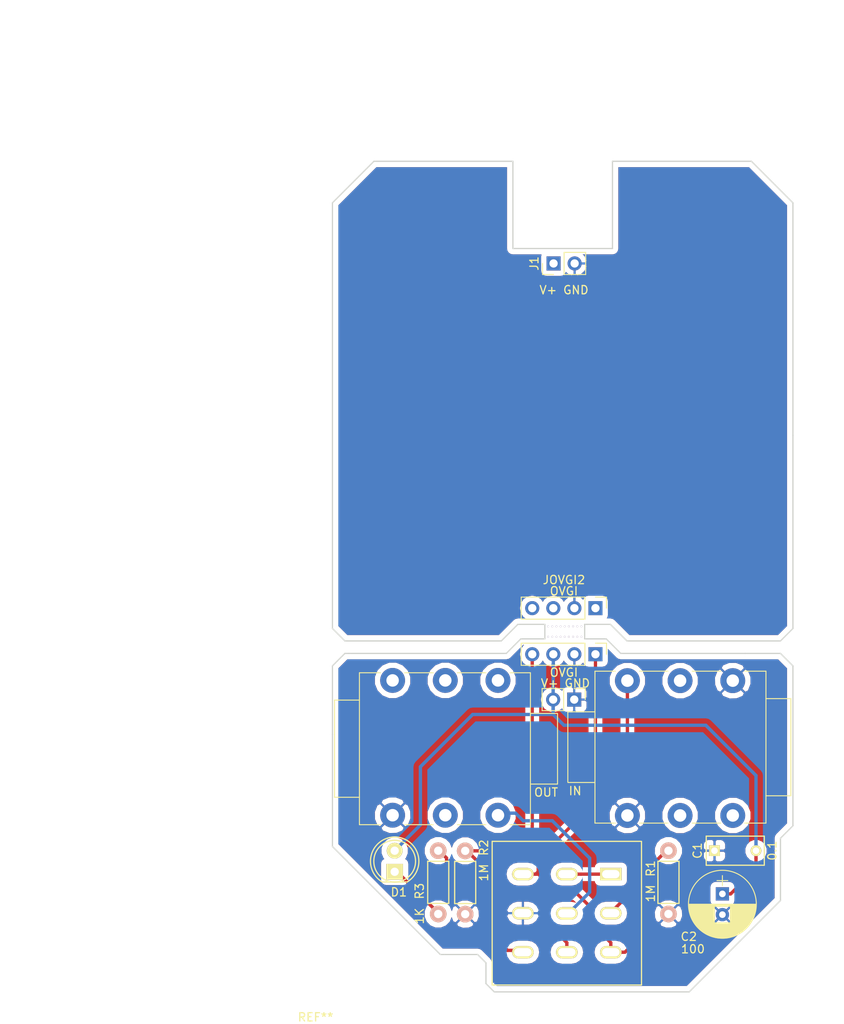
<source format=kicad_pcb>
(kicad_pcb (version 20221018) (generator pcbnew)
  (layers (0 "F.Cu" signal) (31 "B.Cu" signal) (34 "B.Paste" user) (35 "F.Paste" user) (36 "B.SilkS" user "B.Silkscreen") (37 "F.SilkS" user "F.Silkscreen") (38 "B.Mask" user) (39 "F.Mask" user) (44 "Edge.Cuts" user))
  (net 0 "")
  (net 1 "GND")
  (net 2 "+9V")
  (net 3 "Net-(D1-Pad1)")
  (net 4 "Net-(J2-Pad2)")
  (net 5 "Net-(J3-Pad2)")
  (net 6 "Net-(R3-Pad2)")
  (net 7 "Net-(SW1-Pad1)")
  (net 8 "/O")
  (net 9 "/I")
  (footprint "KiCad Lib:3PDT-Footswitch" (layer "F.Cu") (at 143.25 142.525 180)
    (fp_text reference "SW1" hide)
    (fp_text value "SW_3PDT" hide)
    (fp_line (start -9 -8.65) (end -9 8.65) (stroke (width 0.15)) (layer "F.SilkS"))
    (fp_line (start -9 -8.65) (end 9 -8.65) (stroke (width 0.15)) (layer "F.SilkS"))
    (fp_line (start 9 -8.65) (end 9 8.65) (stroke (width 0.15)) (layer "F.SilkS"))
    (fp_line (start 9 8.65) (end -8.9 8.65) (stroke (width 0.15)) (layer "F.SilkS"))
    (pad "1" thru_hole rect (at -5.3 4.7 180) (size 2.6 1.5) (drill oval 2.1 1) (layers "*.Cu" "*.Mask" "F.SilkS") (net 7 "Net-(SW1-Pad1)"))
    (pad "2" thru_hole oval (at 0 4.7 180) (size 2.6 1.5) (drill oval 2.1 1) (layers "*.Cu" "*.Mask" "F.SilkS") (net 7 "Net-(SW1-Pad1)"))
    (pad "3" thru_hole oval (at 5.3 4.7 180) (size 2.6 1.5) (drill oval 2.1 1) (layers "*.Cu" "*.Mask" "F.SilkS") (net 9 "/I"))
    (pad "4" thru_hole oval (at -5.3 0 180) (size 2.6 1.5) (drill oval 2.1 1) (layers "*.Cu" "*.Mask" "F.SilkS") (net 4 "Net-(J2-Pad2)"))
    (pad "5" thru_hole oval (at 0 -0.025 180) (size 2.6 1.5) (drill oval 2.1 1) (layers "*.Cu" "*.Mask" "F.SilkS") (net 5 "Net-(J3-Pad2)"))
    (pad "6" thru_hole oval (at 5.3 0 180) (size 2.6 1.5) (drill oval 2.1 1) (layers "*.Cu" "*.Mask" "F.SilkS") (net 1 "GND"))
    (pad "7" thru_hole oval (at -5.3 -4.7 180) (size 2.6 1.5) (drill oval 2.1 1) (layers "*.Cu" "*.Mask" "F.SilkS") (net 9 "/I"))
    (pad "8" thru_hole oval (at 0 -4.7 180) (size 2.6 1.5) (drill oval 2.1 1) (layers "*.Cu" "*.Mask" "F.SilkS") (net 8 "/O"))
    (pad "9" thru_hole oval (at 5.3 -4.7 180) (size 2.6 1.5) (drill oval 2.1 1) (layers "*.Cu" "*.Mask" "F.SilkS") (net 6 "Net-(R3-Pad2)"))
  )
  (footprint "Connectors:NMJ6HCD2" (layer "F.Cu") (at 122.25 130.73 90)
    (fp_text reference "J3" hide)
    (fp_text value "OUT" (at 2.75 18.5) (layer "F.SilkS"))
    (fp_line (start -1.14 -4) (end 17.15 -4) (stroke (width 0.12)) (layer "F.SilkS"))
    (fp_line (start -1.14 -1.45) (end -1.14 -4) (stroke (width 0.12)) (layer "F.SilkS"))
    (fp_line (start -1.14 4.89) (end -1.14 1.46) (stroke (width 0.12)) (layer "F.SilkS"))
    (fp_line (start -1.14 11.24) (end -1.14 7.81) (stroke (width 0.12)) (layer "F.SilkS"))
    (fp_line (start -1.14 16.61) (end -1.14 14.16) (stroke (width 0.12)) (layer "F.SilkS"))
    (fp_line (start -1.14 16.61) (end 17.15 16.61) (stroke (width 0.12)) (layer "F.SilkS"))
    (fp_line (start 2.16 -7) (end 2.16 -4) (stroke (width 0.12)) (layer "F.SilkS"))
    (fp_line (start 2.16 -7) (end 13.86 -7) (stroke (width 0.12)) (layer "F.SilkS"))
    (fp_line (start 3.75 16.64) (end 3.75 19.86) (stroke (width 0.12)) (layer "F.SilkS"))
    (fp_line (start 3.75 19.88) (end 12.23 19.88) (stroke (width 0.12)) (layer "F.SilkS"))
    (fp_line (start 12.26 16.64) (end 12.26 19.86) (stroke (width 0.12)) (layer "F.SilkS"))
    (fp_line (start 13.86 -7) (end 13.86 -4) (stroke (width 0.12)) (layer "F.SilkS"))
    (fp_line (start 17.15 -4) (end 17.15 -1.45) (stroke (width 0.12)) (layer "F.SilkS"))
    (fp_line (start 17.15 1.46) (end 17.15 4.89) (stroke (width 0.12)) (layer "F.SilkS"))
    (fp_line (start 17.15 7.81) (end 17.15 11.24) (stroke (width 0.12)) (layer "F.SilkS"))
    (fp_line (start 17.15 16.61) (end 17.15 14.16) (stroke (width 0.12)) (layer "F.SilkS"))
    (pad "1" thru_hole circle (at 0 0 90) (size 3 3) (drill 1.5) (layers "*.Cu" "*.Mask") (net 1 "GND"))
    (pad "2" thru_hole circle (at 0 12.7 90) (size 3 3) (drill 1.5) (layers "*.Cu" "*.Mask") (net 5 "Net-(J3-Pad2)"))
    (pad "3" thru_hole circle (at 0 6.35 90) (size 3 3) (drill 1.5) (layers "*.Cu" "*.Mask"))
    (pad "4" thru_hole circle (at 16.23 0 90) (size 3 3) (drill 1.5) (layers "*.Cu" "*.Mask"))
    (pad "5" thru_hole circle (at 16.23 12.7 90) (size 3 3) (drill 1.5) (layers "*.Cu" "*.Mask"))
    (pad "6" thru_hole circle (at 16.23 6.35 90) (size 3 3) (drill 1.5) (layers "*.Cu" "*.Mask"))
  )
  (footprint "Pin_Headers:Pin_Header_Straight_1x02_Pitch2.54mm" (layer "F.Cu") (at 141.65 64.3 90)
    (fp_text reference "J1" (at 0 -2.33 90) (layer "F.SilkS"))
    (fp_text value "V+ GND" (at -3.2 1.26 180) (layer "F.SilkS"))
    (fp_line (start -1.33 -1.33) (end 0 -1.33) (stroke (width 0.12)) (layer "F.SilkS"))
    (fp_line (start -1.33 0) (end -1.33 -1.33) (stroke (width 0.12)) (layer "F.SilkS"))
    (fp_line (start -1.33 1.27) (end -1.33 3.87) (stroke (width 0.12)) (layer "F.SilkS"))
    (fp_line (start -1.33 1.27) (end 1.33 1.27) (stroke (width 0.12)) (layer "F.SilkS"))
    (fp_line (start -1.33 3.87) (end 1.33 3.87) (stroke (width 0.12)) (layer "F.SilkS"))
    (fp_line (start 1.33 1.27) (end 1.33 3.87) (stroke (width 0.12)) (layer "F.SilkS"))
    (pad "1" thru_hole rect (at 0 0 90) (size 1.7 1.7) (drill 1) (layers "*.Cu" "*.Mask") (net 2 "+9V"))
    (pad "2" thru_hole oval (at 0 2.54 90) (size 1.7 1.7) (drill 1) (layers "*.Cu" "*.Mask") (net 1 "GND"))
  )
  (footprint "Pin_Headers:Pin_Header_Straight_1x04_Pitch2.54mm" (layer "F.Cu") (at 146.7 111.35 -90)
    (fp_text reference "JOVGI1" hide)
    (fp_text value "OVGI" (at 2.2 3.8) (layer "F.SilkS"))
    (fp_line (start -1.33 -1.33) (end 0 -1.33) (stroke (width 0.12)) (layer "F.SilkS"))
    (fp_line (start -1.33 0) (end -1.33 -1.33) (stroke (width 0.12)) (layer "F.SilkS"))
    (fp_line (start -1.33 1.27) (end -1.33 8.95) (stroke (width 0.12)) (layer "F.SilkS"))
    (fp_line (start -1.33 1.27) (end 1.33 1.27) (stroke (width 0.12)) (layer "F.SilkS"))
    (fp_line (start -1.33 8.95) (end 1.33 8.95) (stroke (width 0.12)) (layer "F.SilkS"))
    (fp_line (start 1.33 1.27) (end 1.33 8.95) (stroke (width 0.12)) (layer "F.SilkS"))
    (pad "1" thru_hole rect (at 0 0 270) (size 1.7 1.7) (drill 1) (layers "*.Cu" "*.Mask") (net 9 "/I"))
    (pad "2" thru_hole oval (at 0 2.54 270) (size 1.7 1.7) (drill 1) (layers "*.Cu" "*.Mask") (net 1 "GND"))
    (pad "3" thru_hole oval (at 0 5.08 270) (size 1.7 1.7) (drill 1) (layers "*.Cu" "*.Mask") (net 2 "+9V"))
    (pad "4" thru_hole oval (at 0 7.62 270) (size 1.7 1.7) (drill 1) (layers "*.Cu" "*.Mask") (net 8 "/O"))
  )
  (footprint "Pin_Headers:Pin_Header_Straight_1x04_Pitch2.54mm" (layer "F.Cu") (at 146.7 105.8 -90)
    (fp_text reference "JOVGI2" (at -3.4 3.8) (layer "F.SilkS"))
    (fp_text value "OVGI" (at -2.05 3.8) (layer "F.SilkS"))
    (fp_line (start -1.33 -1.33) (end 0 -1.33) (stroke (width 0.12)) (layer "F.SilkS"))
    (fp_line (start -1.33 0) (end -1.33 -1.33) (stroke (width 0.12)) (layer "F.SilkS"))
    (fp_line (start -1.33 1.27) (end -1.33 8.95) (stroke (width 0.12)) (layer "F.SilkS"))
    (fp_line (start -1.33 1.27) (end 1.33 1.27) (stroke (width 0.12)) (layer "F.SilkS"))
    (fp_line (start -1.33 8.95) (end 1.33 8.95) (stroke (width 0.12)) (layer "F.SilkS"))
    (fp_line (start 1.33 1.27) (end 1.33 8.95) (stroke (width 0.12)) (layer "F.SilkS"))
    (pad "1" thru_hole rect (at 0 0 270) (size 1.7 1.7) (drill 1) (layers "*.Cu" "*.Mask") (net 9 "/I"))
    (pad "2" thru_hole oval (at 0 2.54 270) (size 1.7 1.7) (drill 1) (layers "*.Cu" "*.Mask") (net 1 "GND"))
    (pad "3" thru_hole oval (at 0 5.08 270) (size 1.7 1.7) (drill 1) (layers "*.Cu" "*.Mask") (net 2 "+9V"))
    (pad "4" thru_hole oval (at 0 7.62 270) (size 1.7 1.7) (drill 1) (layers "*.Cu" "*.Mask") (net 8 "/O"))
  )
  (footprint "Capacitors_THT:CP_Radial_D8.0mm_P2.50mm" (layer "F.Cu") (at 162 140.2 -90)
    (fp_text reference "C2" (at 5.15 4.05) (layer "F.SilkS"))
    (fp_text value "100" (at 6.65 3.55) (layer "F.SilkS"))
    (fp_line (start -2.2 0) (end -1 0) (stroke (width 0.12)) (layer "F.SilkS"))
    (fp_line (start -1.6 -0.65) (end -1.6 0.65) (stroke (width 0.12)) (layer "F.SilkS"))
    (fp_line (start 1.25 -4.05) (end 1.25 4.05) (stroke (width 0.12)) (layer "F.SilkS"))
    (fp_line (start 1.29 -4.05) (end 1.29 4.05) (stroke (width 0.12)) (layer "F.SilkS"))
    (fp_line (start 1.33 -4.05) (end 1.33 4.05) (stroke (width 0.12)) (layer "F.SilkS"))
    (fp_line (start 1.37 -4.049) (end 1.37 4.049) (stroke (width 0.12)) (layer "F.SilkS"))
    (fp_line (start 1.41 -4.047) (end 1.41 4.047) (stroke (width 0.12)) (layer "F.SilkS"))
    (fp_line (start 1.45 -4.046) (end 1.45 4.046) (stroke (width 0.12)) (layer "F.SilkS"))
    (fp_line (start 1.49 -4.043) (end 1.49 4.043) (stroke (width 0.12)) (layer "F.SilkS"))
    (fp_line (start 1.53 -4.041) (end 1.53 -0.98) (stroke (width 0.12)) (layer "F.SilkS"))
    (fp_line (start 1.53 0.98) (end 1.53 4.041) (stroke (width 0.12)) (layer "F.SilkS"))
    (fp_line (start 1.57 -4.038) (end 1.57 -0.98) (stroke (width 0.12)) (layer "F.SilkS"))
    (fp_line (start 1.57 0.98) (end 1.57 4.038) (stroke (width 0.12)) (layer "F.SilkS"))
    (fp_line (start 1.61 -4.035) (end 1.61 -0.98) (stroke (width 0.12)) (layer "F.SilkS"))
    (fp_line (start 1.61 0.98) (end 1.61 4.035) (stroke (width 0.12)) (layer "F.SilkS"))
    (fp_line (start 1.65 -4.031) (end 1.65 -0.98) (stroke (width 0.12)) (layer "F.SilkS"))
    (fp_line (start 1.65 0.98) (end 1.65 4.031) (stroke (width 0.12)) (layer "F.SilkS"))
    (fp_line (start 1.69 -4.027) (end 1.69 -0.98) (stroke (width 0.12)) (layer "F.SilkS"))
    (fp_line (start 1.69 0.98) (end 1.69 4.027) (stroke (width 0.12)) (layer "F.SilkS"))
    (fp_line (start 1.73 -4.022) (end 1.73 -0.98) (stroke (width 0.12)) (layer "F.SilkS"))
    (fp_line (start 1.73 0.98) (end 1.73 4.022) (stroke (width 0.12)) (layer "F.SilkS"))
    (fp_line (start 1.77 -4.017) (end 1.77 -0.98) (stroke (width 0.12)) (layer "F.SilkS"))
    (fp_line (start 1.77 0.98) (end 1.77 4.017) (stroke (width 0.12)) (layer "F.SilkS"))
    (fp_line (start 1.81 -4.012) (end 1.81 -0.98) (stroke (width 0.12)) (layer "F.SilkS"))
    (fp_line (start 1.81 0.98) (end 1.81 4.012) (stroke (width 0.12)) (layer "F.SilkS"))
    (fp_line (start 1.85 -4.006) (end 1.85 -0.98) (stroke (width 0.12)) (layer "F.SilkS"))
    (fp_line (start 1.85 0.98) (end 1.85 4.006) (stroke (width 0.12)) (layer "F.SilkS"))
    (fp_line (start 1.89 -4) (end 1.89 -0.98) (stroke (width 0.12)) (layer "F.SilkS"))
    (fp_line (start 1.89 0.98) (end 1.89 4) (stroke (width 0.12)) (layer "F.SilkS"))
    (fp_line (start 1.93 -3.994) (end 1.93 -0.98) (stroke (width 0.12)) (layer "F.SilkS"))
    (fp_line (start 1.93 0.98) (end 1.93 3.994) (stroke (width 0.12)) (layer "F.SilkS"))
    (fp_line (start 1.971 -3.987) (end 1.971 -0.98) (stroke (width 0.12)) (layer "F.SilkS"))
    (fp_line (start 1.971 0.98) (end 1.971 3.987) (stroke (width 0.12)) (layer "F.SilkS"))
    (fp_line (start 2.011 -3.979) (end 2.011 -0.98) (stroke (width 0.12)) (layer "F.SilkS"))
    (fp_line (start 2.011 0.98) (end 2.011 3.979) (stroke (width 0.12)) (layer "F.SilkS"))
    (fp_line (start 2.051 -3.971) (end 2.051 -0.98) (stroke (width 0.12)) (layer "F.SilkS"))
    (fp_line (start 2.051 0.98) (end 2.051 3.971) (stroke (width 0.12)) (layer "F.SilkS"))
    (fp_line (start 2.091 -3.963) (end 2.091 -0.98) (stroke (width 0.12)) (layer "F.SilkS"))
    (fp_line (start 2.091 0.98) (end 2.091 3.963) (stroke (width 0.12)) (layer "F.SilkS"))
    (fp_line (start 2.131 -3.955) (end 2.131 -0.98) (stroke (width 0.12)) (layer "F.SilkS"))
    (fp_line (start 2.131 0.98) (end 2.131 3.955) (stroke (width 0.12)) (layer "F.SilkS"))
    (fp_line (start 2.171 -3.946) (end 2.171 -0.98) (stroke (width 0.12)) (layer "F.SilkS"))
    (fp_line (start 2.171 0.98) (end 2.171 3.946) (stroke (width 0.12)) (layer "F.SilkS"))
    (fp_line (start 2.211 -3.936) (end 2.211 -0.98) (stroke (width 0.12)) (layer "F.SilkS"))
    (fp_line (start 2.211 0.98) (end 2.211 3.936) (stroke (width 0.12)) (layer "F.SilkS"))
    (fp_line (start 2.251 -3.926) (end 2.251 -0.98) (stroke (width 0.12)) (layer "F.SilkS"))
    (fp_line (start 2.251 0.98) (end 2.251 3.926) (stroke (width 0.12)) (layer "F.SilkS"))
    (fp_line (start 2.291 -3.916) (end 2.291 -0.98) (stroke (width 0.12)) (layer "F.SilkS"))
    (fp_line (start 2.291 0.98) (end 2.291 3.916) (stroke (width 0.12)) (layer "F.SilkS"))
    (fp_line (start 2.331 -3.905) (end 2.331 -0.98) (stroke (width 0.12)) (layer "F.SilkS"))
    (fp_line (start 2.331 0.98) (end 2.331 3.905) (stroke (width 0.12)) (layer "F.SilkS"))
    (fp_line (start 2.371 -3.894) (end 2.371 -0.98) (stroke (width 0.12)) (layer "F.SilkS"))
    (fp_line (start 2.371 0.98) (end 2.371 3.894) (stroke (width 0.12)) (layer "F.SilkS"))
    (fp_line (start 2.411 -3.883) (end 2.411 -0.98) (stroke (width 0.12)) (layer "F.SilkS"))
    (fp_line (start 2.411 0.98) (end 2.411 3.883) (stroke (width 0.12)) (layer "F.SilkS"))
    (fp_line (start 2.451 -3.87) (end 2.451 -0.98) (stroke (width 0.12)) (layer "F.SilkS"))
    (fp_line (start 2.451 0.98) (end 2.451 3.87) (stroke (width 0.12)) (layer "F.SilkS"))
    (fp_line (start 2.491 -3.858) (end 2.491 -0.98) (stroke (width 0.12)) (layer "F.SilkS"))
    (fp_line (start 2.491 0.98) (end 2.491 3.858) (stroke (width 0.12)) (layer "F.SilkS"))
    (fp_line (start 2.531 -3.845) (end 2.531 -0.98) (stroke (width 0.12)) (layer "F.SilkS"))
    (fp_line (start 2.531 0.98) (end 2.531 3.845) (stroke (width 0.12)) (layer "F.SilkS"))
    (fp_line (start 2.571 -3.832) (end 2.571 -0.98) (stroke (width 0.12)) (layer "F.SilkS"))
    (fp_line (start 2.571 0.98) (end 2.571 3.832) (stroke (width 0.12)) (layer "F.SilkS"))
    (fp_line (start 2.611 -3.818) (end 2.611 -0.98) (stroke (width 0.12)) (layer "F.SilkS"))
    (fp_line (start 2.611 0.98) (end 2.611 3.818) (stroke (width 0.12)) (layer "F.SilkS"))
    (fp_line (start 2.651 -3.803) (end 2.651 -0.98) (stroke (width 0.12)) (layer "F.SilkS"))
    (fp_line (start 2.651 0.98) (end 2.651 3.803) (stroke (width 0.12)) (layer "F.SilkS"))
    (fp_line (start 2.691 -3.789) (end 2.691 -0.98) (stroke (width 0.12)) (layer "F.SilkS"))
    (fp_line (start 2.691 0.98) (end 2.691 3.789) (stroke (width 0.12)) (layer "F.SilkS"))
    (fp_line (start 2.731 -3.773) (end 2.731 -0.98) (stroke (width 0.12)) (layer "F.SilkS"))
    (fp_line (start 2.731 0.98) (end 2.731 3.773) (stroke (width 0.12)) (layer "F.SilkS"))
    (fp_line (start 2.771 -3.758) (end 2.771 -0.98) (stroke (width 0.12)) (layer "F.SilkS"))
    (fp_line (start 2.771 0.98) (end 2.771 3.758) (stroke (width 0.12)) (layer "F.SilkS"))
    (fp_line (start 2.811 -3.741) (end 2.811 -0.98) (stroke (width 0.12)) (layer "F.SilkS"))
    (fp_line (start 2.811 0.98) (end 2.811 3.741) (stroke (width 0.12)) (layer "F.SilkS"))
    (fp_line (start 2.851 -3.725) (end 2.851 -0.98) (stroke (width 0.12)) (layer "F.SilkS"))
    (fp_line (start 2.851 0.98) (end 2.851 3.725) (stroke (width 0.12)) (layer "F.SilkS"))
    (fp_line (start 2.891 -3.707) (end 2.891 -0.98) (stroke (width 0.12)) (layer "F.SilkS"))
    (fp_line (start 2.891 0.98) (end 2.891 3.707) (stroke (width 0.12)) (layer "F.SilkS"))
    (fp_line (start 2.931 -3.69) (end 2.931 -0.98) (stroke (width 0.12)) (layer "F.SilkS"))
    (fp_line (start 2.931 0.98) (end 2.931 3.69) (stroke (width 0.12)) (layer "F.SilkS"))
    (fp_line (start 2.971 -3.671) (end 2.971 -0.98) (stroke (width 0.12)) (layer "F.SilkS"))
    (fp_line (start 2.971 0.98) (end 2.971 3.671) (stroke (width 0.12)) (layer "F.SilkS"))
    (fp_line (start 3.011 -3.652) (end 3.011 -0.98) (stroke (width 0.12)) (layer "F.SilkS"))
    (fp_line (start 3.011 0.98) (end 3.011 3.652) (stroke (width 0.12)) (layer "F.SilkS"))
    (fp_line (start 3.051 -3.633) (end 3.051 -0.98) (stroke (width 0.12)) (layer "F.SilkS"))
    (fp_line (start 3.051 0.98) (end 3.051 3.633) (stroke (width 0.12)) (layer "F.SilkS"))
    (fp_line (start 3.091 -3.613) (end 3.091 -0.98) (stroke (width 0.12)) (layer "F.SilkS"))
    (fp_line (start 3.091 0.98) (end 3.091 3.613) (stroke (width 0.12)) (layer "F.SilkS"))
    (fp_line (start 3.131 -3.593) (end 3.131 -0.98) (stroke (width 0.12)) (layer "F.SilkS"))
    (fp_line (start 3.131 0.98) (end 3.131 3.593) (stroke (width 0.12)) (layer "F.SilkS"))
    (fp_line (start 3.171 -3.572) (end 3.171 -0.98) (stroke (width 0.12)) (layer "F.SilkS"))
    (fp_line (start 3.171 0.98) (end 3.171 3.572) (stroke (width 0.12)) (layer "F.SilkS"))
    (fp_line (start 3.211 -3.55) (end 3.211 -0.98) (stroke (width 0.12)) (layer "F.SilkS"))
    (fp_line (start 3.211 0.98) (end 3.211 3.55) (stroke (width 0.12)) (layer "F.SilkS"))
    (fp_line (start 3.251 -3.528) (end 3.251 -0.98) (stroke (width 0.12)) (layer "F.SilkS"))
    (fp_line (start 3.251 0.98) (end 3.251 3.528) (stroke (width 0.12)) (layer "F.SilkS"))
    (fp_line (start 3.291 -3.505) (end 3.291 -0.98) (stroke (width 0.12)) (layer "F.SilkS"))
    (fp_line (start 3.291 0.98) (end 3.291 3.505) (stroke (width 0.12)) (layer "F.SilkS"))
    (fp_line (start 3.331 -3.482) (end 3.331 -0.98) (stroke (width 0.12)) (layer "F.SilkS"))
    (fp_line (start 3.331 0.98) (end 3.331 3.482) (stroke (width 0.12)) (layer "F.SilkS"))
    (fp_line (start 3.371 -3.458) (end 3.371 -0.98) (stroke (width 0.12)) (layer "F.SilkS"))
    (fp_line (start 3.371 0.98) (end 3.371 3.458) (stroke (width 0.12)) (layer "F.SilkS"))
    (fp_line (start 3.411 -3.434) (end 3.411 -0.98) (stroke (width 0.12)) (layer "F.SilkS"))
    (fp_line (start 3.411 0.98) (end 3.411 3.434) (stroke (width 0.12)) (layer "F.SilkS"))
    (fp_line (start 3.451 -3.408) (end 3.451 -0.98) (stroke (width 0.12)) (layer "F.SilkS"))
    (fp_line (start 3.451 0.98) (end 3.451 3.408) (stroke (width 0.12)) (layer "F.SilkS"))
    (fp_line (start 3.491 -3.383) (end 3.491 3.383) (stroke (width 0.12)) (layer "F.SilkS"))
    (fp_line (start 3.531 -3.356) (end 3.531 3.356) (stroke (width 0.12)) (layer "F.SilkS"))
    (fp_line (start 3.571 -3.329) (end 3.571 3.329) (stroke (width 0.12)) (layer "F.SilkS"))
    (fp_line (start 3.611 -3.301) (end 3.611 3.301) (stroke (width 0.12)) (layer "F.SilkS"))
    (fp_line (start 3.651 -3.272) (end 3.651 3.272) (stroke (width 0.12)) (layer "F.SilkS"))
    (fp_line (start 3.691 -3.243) (end 3.691 3.243) (stroke (width 0.12)) (layer "F.SilkS"))
    (fp_line (start 3.731 -3.213) (end 3.731 3.213) (stroke (width 0.12)) (layer "F.SilkS"))
    (fp_line (start 3.771 -3.182) (end 3.771 3.182) (stroke (width 0.12)) (layer "F.SilkS"))
    (fp_line (start 3.811 -3.15) (end 3.811 3.15) (stroke (width 0.12)) (layer "F.SilkS"))
    (fp_line (start 3.851 -3.118) (end 3.851 3.118) (stroke (width 0.12)) (layer "F.SilkS"))
    (fp_line (start 3.891 -3.084) (end 3.891 3.084) (stroke (width 0.12)) (layer "F.SilkS"))
    (fp_line (start 3.931 -3.05) (end 3.931 3.05) (stroke (width 0.12)) (layer "F.SilkS"))
    (fp_line (start 3.971 -3.015) (end 3.971 3.015) (stroke (width 0.12)) (layer "F.SilkS"))
    (fp_line (start 4.011 -2.979) (end 4.011 2.979) (stroke (width 0.12)) (layer "F.SilkS"))
    (fp_line (start 4.051 -2.942) (end 4.051 2.942) (stroke (width 0.12)) (layer "F.SilkS"))
    (fp_line (start 4.091 -2.904) (end 4.091 2.904) (stroke (width 0.12)) (layer "F.SilkS"))
    (fp_line (start 4.131 -2.865) (end 4.131 2.865) (stroke (width 0.12)) (layer "F.SilkS"))
    (fp_line (start 4.171 -2.824) (end 4.171 2.824) (stroke (width 0.12)) (layer "F.SilkS"))
    (fp_line (start 4.211 -2.783) (end 4.211 2.783) (stroke (width 0.12)) (layer "F.SilkS"))
    (fp_line (start 4.251 -2.74) (end 4.251 2.74) (stroke (width 0.12)) (layer "F.SilkS"))
    (fp_line (start 4.291 -2.697) (end 4.291 2.697) (stroke (width 0.12)) (layer "F.SilkS"))
    (fp_line (start 4.331 -2.652) (end 4.331 2.652) (stroke (width 0.12)) (layer "F.SilkS"))
    (fp_line (start 4.371 -2.605) (end 4.371 2.605) (stroke (width 0.12)) (layer "F.SilkS"))
    (fp_line (start 4.411 -2.557) (end 4.411 2.557) (stroke (width 0.12)) (layer "F.SilkS"))
    (fp_line (start 4.451 -2.508) (end 4.451 2.508) (stroke (width 0.12)) (layer "F.SilkS"))
    (fp_line (start 4.491 -2.457) (end 4.491 2.457) (stroke (width 0.12)) (layer "F.SilkS"))
    (fp_line (start 4.531 -2.404) (end 4.531 2.404) (stroke (width 0.12)) (layer "F.SilkS"))
    (fp_line (start 4.571 -2.349) (end 4.571 2.349) (stroke (width 0.12)) (layer "F.SilkS"))
    (fp_line (start 4.611 -2.293) (end 4.611 2.293) (stroke (width 0.12)) (layer "F.SilkS"))
    (fp_line (start 4.651 -2.234) (end 4.651 2.234) (stroke (width 0.12)) (layer "F.SilkS"))
    (fp_line (start 4.691 -2.173) (end 4.691 2.173) (stroke (width 0.12)) (layer "F.SilkS"))
    (fp_line (start 4.731 -2.109) (end 4.731 2.109) (stroke (width 0.12)) (layer "F.SilkS"))
    (fp_line (start 4.771 -2.043) (end 4.771 2.043) (stroke (width 0.12)) (layer "F.SilkS"))
    (fp_line (start 4.811 -1.974) (end 4.811 1.974) (stroke (width 0.12)) (layer "F.SilkS"))
    (fp_line (start 4.851 -1.902) (end 4.851 1.902) (stroke (width 0.12)) (layer "F.SilkS"))
    (fp_line (start 4.891 -1.826) (end 4.891 1.826) (stroke (width 0.12)) (layer "F.SilkS"))
    (fp_line (start 4.931 -1.745) (end 4.931 1.745) (stroke (width 0.12)) (layer "F.SilkS"))
    (fp_line (start 4.971 -1.66) (end 4.971 1.66) (stroke (width 0.12)) (layer "F.SilkS"))
    (fp_line (start 5.011 -1.57) (end 5.011 1.57) (stroke (width 0.12)) (layer "F.SilkS"))
    (fp_line (start 5.051 -1.473) (end 5.051 1.473) (stroke (width 0.12)) (layer "F.SilkS"))
    (fp_line (start 5.091 -1.369) (end 5.091 1.369) (stroke (width 0.12)) (layer "F.SilkS"))
    (fp_line (start 5.131 -1.254) (end 5.131 1.254) (stroke (width 0.12)) (layer "F.SilkS"))
    (fp_line (start 5.171 -1.127) (end 5.171 1.127) (stroke (width 0.12)) (layer "F.SilkS"))
    (fp_line (start 5.211 -0.983) (end 5.211 0.983) (stroke (width 0.12)) (layer "F.SilkS"))
    (fp_line (start 5.251 -0.814) (end 5.251 0.814) (stroke (width 0.12)) (layer "F.SilkS"))
    (fp_line (start 5.291 -0.598) (end 5.291 0.598) (stroke (width 0.12)) (layer "F.SilkS"))
    (fp_line (start 5.331 -0.246) (end 5.331 0.246) (stroke (width 0.12)) (layer "F.SilkS"))
    (fp_circle (center 1.25 0) (end 5.34 0) (stroke (width 0.12)) (fill none) (layer "F.SilkS"))
    (pad "1" thru_hole rect (at 0 0 270) (size 1.6 1.6) (drill 0.8) (layers "*.Cu" "*.Mask") (net 2 "+9V"))
    (pad "2" thru_hole circle (at 2.5 0 270) (size 1.6 1.6) (drill 0.8) (layers "*.Cu" "*.Mask") (net 1 "GND"))
  )
  (footprint "LEDs:LED-5MM" (layer "F.Cu") (at 122.5 137.54 90)
    (fp_text reference "D1" (at -2.46 0.5) (layer "F.SilkS"))
    (fp_text value "LED" hide)
    (fp_line (start -1.23 1.5) (end -1.23 -1.5) (stroke (width 0.15)) (layer "F.SilkS"))
    (fp_arc (start -1.23 -1.5) (mid 4.18544 -0.014565) (end -1.214888 1.524904) (stroke (width 0.15)) (layer "F.SilkS"))
    (fp_circle (center 1.27 0) (end 0.97 -2.5) (stroke (width 0.15)) (fill none) (layer "F.SilkS"))
    (pad "1" thru_hole rect (at 0 0 180) (size 2 1.9) (drill 1.00076) (layers "*.Cu" "*.Mask" "F.SilkS") (net 3 "Net-(D1-Pad1)"))
    (pad "2" thru_hole circle (at 2.54 0 90) (size 1.9 1.9) (drill 1.00076) (layers "*.Cu" "*.Mask" "F.SilkS") (net 2 "+9V"))
  )
  (footprint "Resistors_ThroughHole:Resistor_Horizontal_RM7mm" (layer "F.Cu") (at 155.5 135 -90)
    (fp_text reference "R1" (at 2.15 2.15 270) (layer "F.SilkS"))
    (fp_text value "1M" (at 5.15 2.15 90) (layer "F.SilkS"))
    (fp_line (start 1.27 -1.27) (end 6.35 -1.27) (stroke (width 0.15)) (layer "F.SilkS"))
    (fp_line (start 1.27 1.27) (end 1.27 -1.27) (stroke (width 0.15)) (layer "F.SilkS"))
    (fp_line (start 6.35 -1.27) (end 6.35 1.27) (stroke (width 0.15)) (layer "F.SilkS"))
    (fp_line (start 6.35 1.27) (end 1.27 1.27) (stroke (width 0.15)) (layer "F.SilkS"))
    (pad "1" thru_hole circle (at 0 0 270) (size 1.99898 1.99898) (drill 1.00076) (layers "*.Cu" "*.SilkS" "*.Mask") (net 9 "/I"))
    (pad "2" thru_hole circle (at 7.62 0 270) (size 1.99898 1.99898) (drill 1.00076) (layers "*.Cu" "*.SilkS" "*.Mask") (net 1 "GND"))
  )
  (footprint "Resistors_ThroughHole:Resistor_Horizontal_RM7mm" (layer "F.Cu") (at 131 135.02 -90)
    (fp_text reference "R2" (at -0.38 -2.25 270) (layer "F.SilkS"))
    (fp_text value "1M" (at 2.62 -2.25 270) (layer "F.SilkS"))
    (fp_line (start 1.27 -1.27) (end 6.35 -1.27) (stroke (width 0.15)) (layer "F.SilkS"))
    (fp_line (start 1.27 1.27) (end 1.27 -1.27) (stroke (width 0.15)) (layer "F.SilkS"))
    (fp_line (start 6.35 -1.27) (end 6.35 1.27) (stroke (width 0.15)) (layer "F.SilkS"))
    (fp_line (start 6.35 1.27) (end 1.27 1.27) (stroke (width 0.15)) (layer "F.SilkS"))
    (pad "1" thru_hole circle (at 0 0 270) (size 1.99898 1.99898) (drill 1.00076) (layers "*.Cu" "*.SilkS" "*.Mask") (net 8 "/O"))
    (pad "2" thru_hole circle (at 7.62 0 270) (size 1.99898 1.99898) (drill 1.00076) (layers "*.Cu" "*.SilkS" "*.Mask") (net 1 "GND"))
  )
  (footprint "Resistors_ThroughHole:Resistor_Horizontal_RM7mm" (layer "F.Cu") (at 127.75 142.62 90)
    (fp_text reference "R3" (at 2.75 -2.25 90) (layer "F.SilkS"))
    (fp_text value "1K" (at -0.25 -2.25 90) (layer "F.SilkS"))
    (fp_line (start 1.27 -1.27) (end 6.35 -1.27) (stroke (width 0.15)) (layer "F.SilkS"))
    (fp_line (start 1.27 1.27) (end 1.27 -1.27) (stroke (width 0.15)) (layer "F.SilkS"))
    (fp_line (start 6.35 -1.27) (end 6.35 1.27) (stroke (width 0.15)) (layer "F.SilkS"))
    (fp_line (start 6.35 1.27) (end 1.27 1.27) (stroke (width 0.15)) (layer "F.SilkS"))
    (pad "1" thru_hole circle (at 0 0 90) (size 1.99898 1.99898) (drill 1.00076) (layers "*.Cu" "*.SilkS" "*.Mask") (net 3 "Net-(D1-Pad1)"))
    (pad "2" thru_hole circle (at 7.62 0 90) (size 1.99898 1.99898) (drill 1.00076) (layers "*.Cu" "*.SilkS" "*.Mask") (net 6 "Net-(R3-Pad2)"))
  )
  (footprint "Capacitors_ThroughHole:C_Rect_L7_W3.5_P5" (layer "F.Cu") (at 161.05 135)
    (fp_text reference "C1" (at -2.05 0 90) (layer "F.SilkS"))
    (fp_text value "0.1" (at 6.95 0 90) (layer "F.SilkS"))
    (fp_line (start -1 -1.75) (end 6 -1.75) (stroke (width 0.15)) (layer "F.SilkS"))
    (fp_line (start -1 1.75) (end -1 -1.75) (stroke (width 0.15)) (layer "F.SilkS"))
    (fp_line (start 6 -1.75) (end 6 1.75) (stroke (width 0.15)) (layer "F.SilkS"))
    (fp_line (start 6 1.75) (end -1 1.75) (stroke (width 0.15)) (layer "F.SilkS"))
    (pad "1" thru_hole rect (at 0 0) (size 1.3 1.3) (drill 0.8) (layers "*.Cu" "*.Mask" "F.SilkS") (net 1 "GND"))
    (pad "2" thru_hole circle (at 5 0) (size 1.3 1.3) (drill 0.8) (layers "*.Cu" "*.Mask" "F.SilkS") (net 2 "+9V"))
  )
  (footprint "KiCad Lib:mousebites" (layer "F.Cu") (at 143 110)
    (fp_text reference "REF**" hide)
    (fp_text value "mousebites" hide)
    (pad "" thru_hole circle (at -2 -2) (size 0.2 0.2) (drill 0.2) (layers "*.Cu" "*.Mask"))
    (pad "" thru_hole circle (at -1.5 -2) (size 0.2 0.2) (drill 0.2) (layers "*.Cu" "*.Mask"))
    (pad "" thru_hole circle (at -1 -2) (size 0.2 0.2) (drill 0.2) (layers "*.Cu" "*.Mask"))
    (pad "" thru_hole circle (at -0.5 -2) (size 0.2 0.2) (drill 0.2) (layers "*.Cu" "*.Mask"))
    (pad "" thru_hole circle (at 0 -2) (size 0.2 0.2) (drill 0.2) (layers "*.Cu" "*.Mask"))
    (pad "" thru_hole circle (at 0.5 -2) (size 0.2 0.2) (drill 0.2) (layers "*.Cu" "*.Mask"))
    (pad "" thru_hole circle (at 1 -2) (size 0.2 0.2) (drill 0.2) (layers "*.Cu" "*.Mask"))
    (pad "" thru_hole circle (at 1.5 -2) (size 0.2 0.2) (drill 0.2) (layers "*.Cu" "*.Mask"))
    (pad "" thru_hole circle (at 2 -2) (size 0.2 0.2) (drill 0.2) (layers "*.Cu" "*.Mask"))
  )
  (footprint "KiCad Lib:mousebites" (layer "F.Cu") (at 143 111.25)
    (fp_text reference "REF**" hide)
    (fp_text value "mousebites" hide)
    (pad "" thru_hole circle (at -2 -2) (size 0.2 0.2) (drill 0.2) (layers "*.Cu" "*.Mask"))
    (pad "" thru_hole circle (at -1.5 -2) (size 0.2 0.2) (drill 0.2) (layers "*.Cu" "*.Mask"))
    (pad "" thru_hole circle (at -1 -2) (size 0.2 0.2) (drill 0.2) (layers "*.Cu" "*.Mask"))
    (pad "" thru_hole circle (at -0.5 -2) (size 0.2 0.2) (drill 0.2) (layers "*.Cu" "*.Mask"))
    (pad "" thru_hole circle (at 0 -2) (size 0.2 0.2) (drill 0.2) (layers "*.Cu" "*.Mask"))
    (pad "" thru_hole circle (at 0.5 -2) (size 0.2 0.2) (drill 0.2) (layers "*.Cu" "*.Mask"))
    (pad "" thru_hole circle (at 1 -2) (size 0.2 0.2) (drill 0.2) (layers "*.Cu" "*.Mask"))
    (pad "" thru_hole circle (at 1.5 -2) (size 0.2 0.2) (drill 0.2) (layers "*.Cu" "*.Mask"))
    (pad "" thru_hole circle (at 2 -2) (size 0.2 0.2) (drill 0.2) (layers "*.Cu" "*.Mask"))
  )
  (footprint "Pin_Headers:Pin_Header_Straight_1x02_Pitch2.54mm" (layer "F.Cu") (at 144.14 116.81 -90)
    (fp_text reference "J4" hide)
    (fp_text value "V+ GND" (at -1.96 1.06) (layer "F.SilkS"))
    (fp_line (start -1.33 -1.33) (end 0 -1.33) (stroke (width 0.12)) (layer "F.SilkS"))
    (fp_line (start -1.33 0) (end -1.33 -1.33) (stroke (width 0.12)) (layer "F.SilkS"))
    (fp_line (start -1.33 1.27) (end -1.33 3.87) (stroke (width 0.12)) (layer "F.SilkS"))
    (fp_line (start -1.33 1.27) (end 1.33 1.27) (stroke (width 0.12)) (layer "F.SilkS"))
    (fp_line (start -1.33 3.87) (end 1.33 3.87) (stroke (width 0.12)) (layer "F.SilkS"))
    (fp_line (start 1.33 1.27) (end 1.33 3.87) (stroke (width 0.12)) (layer "F.SilkS"))
    (pad "1" thru_hole rect (at 0 0 270) (size 1.7 1.7) (drill 1) (layers "*.Cu" "*.Mask") (net 1 "GND"))
    (pad "2" thru_hole oval (at 0 2.54 270) (size 1.7 1.7) (drill 1) (layers "*.Cu" "*.Mask") (net 2 "+9V"))
  )
  (footprint "Connectors:NMJ6HCD2" (layer "F.Cu") (at 163.25 114.53 -90)
    (fp_text reference "J2" hide)
    (fp_text value "IN" (at 13.28 19) (layer "F.SilkS"))
    (fp_line (start -1.14 -4) (end 17.15 -4) (stroke (width 0.12)) (layer "F.SilkS"))
    (fp_line (start -1.14 -1.45) (end -1.14 -4) (stroke (width 0.12)) (layer "F.SilkS"))
    (fp_line (start -1.14 4.89) (end -1.14 1.46) (stroke (width 0.12)) (layer "F.SilkS"))
    (fp_line (start -1.14 11.24) (end -1.14 7.81) (stroke (width 0.12)) (layer "F.SilkS"))
    (fp_line (start -1.14 16.61) (end -1.14 14.16) (stroke (width 0.12)) (layer "F.SilkS"))
    (fp_line (start -1.14 16.61) (end 17.15 16.61) (stroke (width 0.12)) (layer "F.SilkS"))
    (fp_line (start 2.16 -7) (end 2.16 -4) (stroke (width 0.12)) (layer "F.SilkS"))
    (fp_line (start 2.16 -7) (end 13.86 -7) (stroke (width 0.12)) (layer "F.SilkS"))
    (fp_line (start 3.75 16.64) (end 3.75 19.86) (stroke (width 0.12)) (layer "F.SilkS"))
    (fp_line (start 3.75 19.88) (end 12.23 19.88) (stroke (width 0.12)) (layer "F.SilkS"))
    (fp_line (start 12.26 16.64) (end 12.26 19.86) (stroke (width 0.12)) (layer "F.SilkS"))
    (fp_line (start 13.86 -7) (end 13.86 -4) (stroke (width 0.12)) (layer "F.SilkS"))
    (fp_line (start 17.15 -4) (end 17.15 -1.45) (stroke (width 0.12)) (layer "F.SilkS"))
    (fp_line (start 17.15 1.46) (end 17.15 4.89) (stroke (width 0.12)) (layer "F.SilkS"))
    (fp_line (start 17.15 7.81) (end 17.15 11.24) (stroke (width 0.12)) (layer "F.SilkS"))
    (fp_line (start 17.15 16.61) (end 17.15 14.16) (stroke (width 0.12)) (layer "F.SilkS"))
    (pad "1" thru_hole circle (at 0 0 270) (size 3 3) (drill 1.5) (layers "*.Cu" "*.Mask") (net 1 "GND"))
    (pad "2" thru_hole circle (at 0 12.7 270) (size 3 3) (drill 1.5) (layers "*.Cu" "*.Mask") (net 4 "Net-(J2-Pad2)"))
    (pad "3" thru_hole circle (at 0 6.35 270) (size 3 3) (drill 1.5) (layers "*.Cu" "*.Mask"))
    (pad "4" thru_hole circle (at 16.23 0 270) (size 3 3) (drill 1.5) (layers "*.Cu" "*.Mask"))
    (pad "5" thru_hole circle (at 16.23 12.7 270) (size 3 3) (drill 1.5) (layers "*.Cu" "*.Mask") (net 1 "GND"))
    (pad "6" thru_hole circle (at 16.23 6.35 270) (size 3 3) (drill 1.5) (layers "*.Cu" "*.Mask"))
  )
  (footprint "KiCad Lib:1590B" (layer "F.Cu") (at 112.97 154.55)
    (fp_text reference "REF**" (at 0 0.5) (layer "F.SilkS"))
    (fp_text value "1590B")
  )
  (gr_line (start 145.4 107.75) (end 148.5 107.75) (stroke (width 0.15)) (layer "Edge.Cuts"))
  (gr_line (start 137.7 109.5) (end 140.6 109.5) (stroke (width 0.15)) (layer "Edge.Cuts"))
  (gr_line (start 128 147.5) (end 127 146.5) (stroke (width 0.15)) (layer "Edge.Cuts"))
  (gr_line (start 115 134.5) (end 115 121) (stroke (width 0.15)) (layer "Edge.Cuts"))
  (gr_line (start 135.35 109.75) (end 116.5 109.75) (stroke (width 0.15)) (layer "Edge.Cuts"))
  (gr_line (start 145.4 109.5) (end 148 109.5) (stroke (width 0.15)) (layer "Edge.Cuts"))
  (gr_line (start 148.75 62.5) (end 148.75 52) (stroke (width 0.15)) (layer "Edge.Cuts"))
  (gr_line (start 127 146.5) (end 115 134.5) (stroke (width 0.15)) (layer "Edge.Cuts"))
  (gr_line (start 115 57) (end 115 108.25) (stroke (width 0.15)) (layer "Edge.Cuts"))
  (gr_line (start 169 141) (end 158 152) (stroke (width 0.15)) (layer "Edge.Cuts"))
  (gr_line (start 133.5 151) (end 133.5 148.5) (stroke (width 0.15)) (layer "Edge.Cuts"))
  (gr_line (start 149.75 111.25) (end 164.75 111.25) (stroke (width 0.15)) (layer "Edge.Cuts"))
  (gr_line (start 148.5 107.75) (end 150.5 109.75) (stroke (width 0.15)) (layer "Edge.Cuts"))
  (gr_line (start 165.5 52) (end 170.5 57) (stroke (width 0.15)) (layer "Edge.Cuts"))
  (gr_line (start 169 109.75) (end 170.5 108.25) (stroke (width 0.15)) (layer "Edge.Cuts"))
  (gr_line (start 169 133.5) (end 170.5 132) (stroke (width 0.15)) (layer "Edge.Cuts"))
  (gr_line (start 116.5 109.75) (end 115 108.25) (stroke (width 0.15)) (layer "Edge.Cuts"))
  (gr_line (start 140.6 107.75) (end 140.6 109.5) (stroke (width 0.15)) (layer "Edge.Cuts"))
  (gr_line (start 137.35 107.75) (end 135.35 109.75) (stroke (width 0.15)) (layer "Edge.Cuts"))
  (gr_line (start 115 57) (end 120 52) (stroke (width 0.15)) (layer "Edge.Cuts"))
  (gr_line (start 170.5 85) (end 170.5 57) (stroke (width 0.15)) (layer "Edge.Cuts"))
  (gr_line (start 136.75 62.5) (end 148.75 62.5) (stroke (width 0.15)) (layer "Edge.Cuts"))
  (gr_line (start 136.75 52) (end 120 52) (stroke (width 0.15)) (layer "Edge.Cuts"))
  (gr_line (start 170.5 112.75) (end 169 111.25) (stroke (width 0.15)) (layer "Edge.Cuts"))
  (gr_line (start 135.95 111.25) (end 117 111.25) (stroke (width 0.15)) (layer "Edge.Cuts"))
  (gr_line (start 134.5 152) (end 158 152) (stroke (width 0.15)) (layer "Edge.Cuts"))
  (gr_line (start 116.5 109.75) (end 116.5 109.75) (stroke (width 0.15)) (layer "Edge.Cuts"))
  (gr_line (start 137.7 109.5) (end 135.95 111.25) (stroke (width 0.15)) (layer "Edge.Cuts"))
  (gr_line (start 169 133.5) (end 169 141) (stroke (width 0.15)) (layer "Edge.Cuts"))
  (gr_line (start 170.5 108.25) (end 170.5 85) (stroke (width 0.15)) (layer "Edge.Cuts"))
  (gr_line (start 136.75 52) (end 136.75 62.5) (stroke (width 0.15)) (layer "Edge.Cuts"))
  (gr_line (start 134.5 152) (end 133.5 151) (stroke (width 0.15)) (layer "Edge.Cuts"))
  (gr_line (start 133.5 148.5) (end 132.5 147.5) (stroke (width 0.15)) (layer "Edge.Cuts"))
  (gr_line (start 115 112.75) (end 115 121) (stroke (width 0.15)) (layer "Edge.Cuts"))
  (gr_line (start 148.75 52) (end 165.5 52) (stroke (width 0.15)) (layer "Edge.Cuts"))
  (gr_line (start 132.5 147.5) (end 128.5 147.5) (stroke (width 0.15)) (layer "Edge.Cuts"))
  (gr_line (start 145.4 107.75) (end 145.4 109.5) (stroke (width 0.15)) (layer "Edge.Cuts"))
  (gr_line (start 169 111.25) (end 164.75 111.25) (stroke (width 0.15)) (layer "Edge.Cuts"))
  (gr_line (start 116.5 111.25) (end 115 112.75) (stroke (width 0.15)) (layer "Edge.Cuts"))
  (gr_line (start 148 109.5) (end 149.75 111.25) (stroke (width 0.15)) (layer "Edge.Cuts"))
  (gr_line (start 170.5 132) (end 170.5 112.75) (stroke (width 0.15)) (layer "Edge.Cuts"))
  (gr_line (start 128.5 147.5) (end 128 147.5) (stroke (width 0.15)) (layer "Edge.Cuts"))
  (gr_line (start 137.35 107.75) (end 140.6 107.75) (stroke (width 0.15)) (layer "Edge.Cuts"))
  (gr_line (start 150.5 109.75) (end 169 109.75) (stroke (width 0.15)) (layer "Edge.Cuts"))
  (gr_line (start 117 111.25) (end 116.5 111.25) (stroke (width 0.15)) (layer "Edge.Cuts"))
  (segment (start 162 140.2) (end 163 140.2) (width 0.4) (layer "F.Cu") (net 2))
  (segment (start 163 140.2) (end 166.05 137.15) (width 0.4) (layer "F.Cu") (net 2))
  (segment (start 166.05 137.15) (end 166.05 135.919238) (width 0.4) (layer "F.Cu") (net 2))
  (segment (start 166.05 135.919238) (end 166.05 135) (width 0.4) (layer "F.Cu") (net 2))
  (segment (start 125.6 131.9) (end 122.5 135) (width 0.4) (layer "B.Cu") (net 2))
  (segment (start 141.65 105.77) (end 141.62 105.8) (width 0.4) (layer "B.Cu") (net 2))
  (segment (start 141.6 118.6) (end 142.9 119.9) (width 0.4) (layer "B.Cu") (net 2))
  (segment (start 131.9 118.6) (end 125.6 124.9) (width 0.4) (layer "B.Cu") (net 2))
  (segment (start 141.62 111.35) (end 141.62 112.552081) (width 0.4) (layer "B.Cu") (net 2))
  (segment (start 141.6 112.572081) (end 141.6 118.1) (width 0.4) (layer "B.Cu") (net 2))
  (segment (start 160 119.9) (end 166.05 125.95) (width 0.4) (layer "B.Cu") (net 2))
  (segment (start 141.6 118.1) (end 141.6 118.6) (width 0.4) (layer "B.Cu") (net 2))
  (segment (start 125.6 124.9) (end 125.6 131.9) (width 0.4) (layer "B.Cu") (net 2))
  (segment (start 141.6 116.81) (end 141.6 118.1) (width 0.4) (layer "B.Cu") (net 2))
  (segment (start 142.9 119.9) (end 160 119.9) (width 0.4) (layer "B.Cu") (net 2))
  (segment (start 141.62 112.552081) (end 141.6 112.572081) (width 0.4) (layer "B.Cu") (net 2))
  (segment (start 166.05 125.95) (end 166.05 135) (width 0.4) (layer "B.Cu") (net 2))
  (segment (start 141.6 118.6) (end 131.9 118.6) (width 0.4) (layer "B.Cu") (net 2))
  (segment (start 126.750511 141.500511) (end 127.75 142.5) (width 0.4) (layer "F.Cu") (net 3))
  (segment (start 122.5 137.5) (end 122.75 137.5) (width 0.4) (layer "F.Cu") (net 3))
  (segment (start 122.75 137.5) (end 126.750511 141.500511) (width 0.4) (layer "F.Cu") (net 3))
  (segment (start 150.55 125.42) (end 150.55 114.53) (width 0.4) (layer "F.Cu") (net 4))
  (segment (start 151.5 139.5) (end 151.5 135.82) (width 0.4) (layer "F.Cu") (net 4))
  (segment (start 148.66 134.01) (end 147.48 132.83) (width 0.4) (layer "F.Cu") (net 4))
  (segment (start 149.275 142.525) (end 148.55 142.525) (width 0.4) (layer "F.Cu") (net 4))
  (segment (start 148.55 142.45) (end 151.5 139.5) (width 0.4) (layer "F.Cu") (net 4))
  (segment (start 148.55 142.525) (end 148.55 142.45) (width 0.4) (layer "F.Cu") (net 4))
  (segment (start 149.69 134.01) (end 148.66 134.01) (width 0.4) (layer "F.Cu") (net 4))
  (segment (start 147.48 132.83) (end 147.48 128.49) (width 0.4) (layer "F.Cu") (net 4))
  (segment (start 147.48 128.49) (end 150.55 125.42) (width 0.4) (layer "F.Cu") (net 4))
  (segment (start 151.5 135.82) (end 149.69 134.01) (width 0.4) (layer "F.Cu") (net 4))
  (segment (start 143.45 142.55) (end 143.25 142.55) (width 0.4) (layer "B.Cu") (net 5))
  (segment (start 146 140) (end 143.45 142.55) (width 0.4) (layer "B.Cu") (net 5))
  (segment (start 141.5 131.4) (end 146 135.9) (width 0.4) (layer "B.Cu") (net 5))
  (segment (start 146 135.9) (end 146 140) (width 0.4) (layer "B.Cu") (net 5))
  (segment (start 137.99132 131.4) (end 141.5 131.4) (width 0.4) (layer "B.Cu") (net 5))
  (segment (start 134.95 130.48) (end 137.07132 130.48) (width 0.4) (layer "B.Cu") (net 5))
  (segment (start 137.07132 130.48) (end 137.99132 131.4) (width 0.4) (layer "B.Cu") (net 5))
  (segment (start 133.2 139.9) (end 134.2 140.9) (width 0.4) (layer "F.Cu") (net 6))
  (segment (start 130.9 139.9) (end 133.2 139.9) (width 0.4) (layer "F.Cu") (net 6))
  (segment (start 137.725 147) (end 137.95 147.225) (width 0.4) (layer "F.Cu") (net 6))
  (segment (start 128.749489 137.749489) (end 130.9 139.9) (width 0.4) (layer "F.Cu") (net 6))
  (segment (start 128.749489 135.879489) (end 128.749489 137.749489) (width 0.4) (layer "F.Cu") (net 6))
  (segment (start 134.2 140.9) (end 134.2 145.1) (width 0.4) (layer "F.Cu") (net 6))
  (segment (start 127.75 135) (end 127.87 135) (width 0.4) (layer "F.Cu") (net 6))
  (segment (start 127.87 135) (end 128.749489 135.879489) (width 0.4) (layer "F.Cu") (net 6))
  (segment (start 134.2 145.1) (end 136.1 147) (width 0.4) (layer "F.Cu") (net 6))
  (segment (start 136.1 147) (end 137.725 147) (width 0.4) (layer "F.Cu") (net 6))
  (segment (start 143.25 137.825) (end 144.95 137.825) (width 0.4) (layer "F.Cu") (net 7))
  (segment (start 144.95 137.825) (end 148.55 137.825) (width 0.4) (layer "F.Cu") (net 7))
  (segment (start 139.08 111.35) (end 139.08 132.92) (width 0.4) (layer "F.Cu") (net 8))
  (segment (start 131 135.02) (end 131.22 135.02) (width 0.4) (layer "F.Cu") (net 8))
  (segment (start 140.6 143.425) (end 143.25 146.075) (width 0.4) (layer "F.Cu") (net 8))
  (segment (start 136.98 135.02) (end 131 135.02) (width 0.4) (layer "F.Cu") (net 8))
  (segment (start 139.08 132.92) (end 136.98 135.02) (width 0.4) (layer "F.Cu") (net 8))
  (segment (start 132.079489 135.879489) (end 136.4 140.2) (width 0.4) (layer "F.Cu") (net 8))
  (segment (start 143.25 146.075) (end 143.25 147.225) (width 0.4) (layer "F.Cu") (net 8))
  (segment (start 131.22 135.02) (end 132.079489 135.879489) (width 0.4) (layer "F.Cu") (net 8))
  (segment (start 140.6 141.6) (end 140.6 143.425) (width 0.4) (layer "F.Cu") (net 8))
  (segment (start 139.2 140.2) (end 140.6 141.6) (width 0.4) (layer "F.Cu") (net 8))
  (segment (start 136.4 140.2) (end 139.2 140.2) (width 0.4) (layer "F.Cu") (net 8))
  (segment (start 148.55 146.075) (end 145.9 143.425) (width 0.4) (layer "F.Cu") (net 9))
  (segment (start 151.925 145.575) (end 152.5 145) (width 0.4) (layer "F.Cu") (net 9))
  (segment (start 148.55 147.225) (end 148.55 146.075) (width 0.4) (layer "F.Cu") (net 9))
  (segment (start 152.5 145) (end 152.5 141.5) (width 0.4) (layer "F.Cu") (net 9))
  (segment (start 146.7 111.35) (end 146.7 115.62) (width 0.4) (layer "F.Cu") (net 9))
  (segment (start 141.6 140.1) (end 140.5 139) (width 0.4) (layer "F.Cu") (net 9))
  (segment (start 145 130.8) (end 145 124.64) (width 0.4) (layer "F.Cu") (net 9))
  (segment (start 139.8 137.525) (end 139.8 136) (width 0.4) (layer "F.Cu") (net 9))
  (segment (start 151.9 145.575) (end 151.925 145.575) (width 0.4) (layer "F.Cu") (net 9))
  (segment (start 145 124.64) (end 146.7 122.94) (width 0.4) (layer "F.Cu") (net 9))
  (segment (start 154 140) (end 154 136.25) (width 0.4) (layer "F.Cu") (net 9))
  (segment (start 139.825 137.825) (end 139.5 137.825) (width 0.4) (layer "F.Cu") (net 9))
  (segment (start 139.8 136) (end 145 130.8) (width 0.4) (layer "F.Cu") (net 9))
  (segment (start 140.5 138.5) (end 139.825 137.825) (width 0.4) (layer "F.Cu") (net 9))
  (segment (start 154 136.25) (end 155.5 134.75) (width 0.4) (layer "F.Cu") (net 9))
  (segment (start 140.5 139) (end 140.5 138.5) (width 0.4) (layer "F.Cu") (net 9))
  (segment (start 145.9 141.6) (end 144.4 140.1) (width 0.4) (layer "F.Cu") (net 9))
  (segment (start 150.25 147.225) (end 151.9 145.575) (width 0.4) (layer "F.Cu") (net 9))
  (segment (start 137.95 137.825) (end 139.5 137.825) (width 0.4) (layer "F.Cu") (net 9))
  (segment (start 148.55 147.225) (end 150.25 147.225) (width 0.4) (layer "F.Cu") (net 9))
  (segment (start 144.4 140.1) (end 141.6 140.1) (width 0.4) (layer "F.Cu") (net 9))
  (segment (start 139.5 137.825) (end 139.8 137.525) (width 0.4) (layer "F.Cu") (net 9))
  (segment (start 146.7 115.62) (end 146.7 122.94) (width 0.4) (layer "F.Cu") (net 9))
  (segment (start 145.9 143.425) (end 145.9 141.6) (width 0.4) (layer "F.Cu") (net 9))
  (segment (start 152.5 141.5) (end 154 140) (width 0.4) (layer "F.Cu") (net 9))
  (zone (net 1) (net_name "GND") (layer "F.Cu") (connect_pads (clearance 0.508)) (min_thickness 0.254) (fill yes (thermal_gap 0.508) (thermal_bridge_width 0.508))
    (polygon (pts (xy 114.25 152.5) (xy 171.25 152.5) (xy 171.25 44.5) (xy 114.25 44.5)))
  )
  (zone (net 1) (net_name "GND") (layer "B.Cu") (connect_pads (clearance 0.508)) (min_thickness 0.254) (fill yes (thermal_gap 0.508) (thermal_bridge_width 0.508))
    (polygon (pts (xy 114.25 152.5) (xy 171.25 152.5) (xy 171.25 44.5) (xy 114.25 44.5)))
  )
)
</source>
